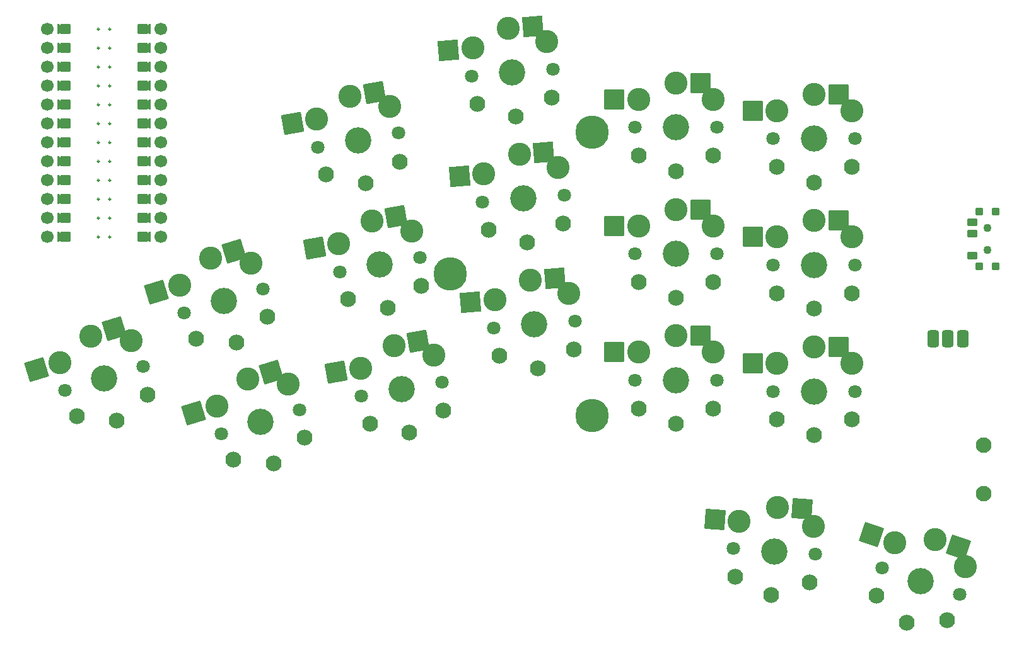
<source format=gts>
%TF.GenerationSoftware,KiCad,Pcbnew,(6.0.4)*%
%TF.CreationDate,2022-05-26T06:06:50+02:00*%
%TF.ProjectId,batta,62617474-612e-46b6-9963-61645f706362,v1.0.0*%
%TF.SameCoordinates,Original*%
%TF.FileFunction,Soldermask,Top*%
%TF.FilePolarity,Negative*%
%FSLAX46Y46*%
G04 Gerber Fmt 4.6, Leading zero omitted, Abs format (unit mm)*
G04 Created by KiCad (PCBNEW (6.0.4)) date 2022-05-26 06:06:50*
%MOMM*%
%LPD*%
G01*
G04 APERTURE LIST*
G04 Aperture macros list*
%AMRoundRect*
0 Rectangle with rounded corners*
0 $1 Rounding radius*
0 $2 $3 $4 $5 $6 $7 $8 $9 X,Y pos of 4 corners*
0 Add a 4 corners polygon primitive as box body*
4,1,4,$2,$3,$4,$5,$6,$7,$8,$9,$2,$3,0*
0 Add four circle primitives for the rounded corners*
1,1,$1+$1,$2,$3*
1,1,$1+$1,$4,$5*
1,1,$1+$1,$6,$7*
1,1,$1+$1,$8,$9*
0 Add four rect primitives between the rounded corners*
20,1,$1+$1,$2,$3,$4,$5,0*
20,1,$1+$1,$4,$5,$6,$7,0*
20,1,$1+$1,$6,$7,$8,$9,0*
20,1,$1+$1,$8,$9,$2,$3,0*%
%AMFreePoly0*
4,1,16,0.635355,0.285355,0.650000,0.250000,0.650000,-1.000000,0.635355,-1.035355,0.600000,-1.050000,0.564645,-1.035355,0.000000,-0.470710,-0.564645,-1.035355,-0.600000,-1.050000,-0.635355,-1.035355,-0.650000,-1.000000,-0.650000,0.250000,-0.635355,0.285355,-0.600000,0.300000,0.600000,0.300000,0.635355,0.285355,0.635355,0.285355,$1*%
%AMFreePoly1*
4,1,14,0.035355,0.435355,0.635355,-0.164645,0.650000,-0.200000,0.650000,-0.400000,0.635355,-0.435355,0.600000,-0.450000,-0.600000,-0.450000,-0.635355,-0.435355,-0.650000,-0.400000,-0.650000,-0.200000,-0.635355,-0.164645,-0.035355,0.435355,0.000000,0.450000,0.035355,0.435355,0.035355,0.435355,$1*%
G04 Aperture macros list end*
%ADD10C,0.100000*%
%ADD11C,0.250000*%
%ADD12C,2.132000*%
%ADD13RoundRect,0.050000X-0.863113X-1.623279X1.623279X-0.863113X0.863113X1.623279X-1.623279X0.863113X0*%
%ADD14C,3.100000*%
%ADD15C,3.529000*%
%ADD16C,1.801800*%
%ADD17FreePoly0,270.000000*%
%ADD18FreePoly0,90.000000*%
%ADD19C,1.700000*%
%ADD20FreePoly1,270.000000*%
%ADD21FreePoly1,90.000000*%
%ADD22RoundRect,0.050000X-1.300000X-1.300000X1.300000X-1.300000X1.300000X1.300000X-1.300000X1.300000X0*%
%ADD23RoundRect,0.050000X-1.054507X-1.505993X1.505993X-1.054507X1.054507X1.505993X-1.505993X1.054507X0*%
%ADD24RoundRect,0.050000X-1.181751X-1.408356X1.408356X-1.181751X1.181751X1.408356X-1.408356X1.181751X0*%
%ADD25RoundRect,0.050000X-1.387517X-1.206150X1.206150X-1.387517X1.387517X1.206150X-1.206150X1.387517X0*%
%ADD26RoundRect,0.050000X-1.652413X-0.805936X0.805936X-1.652413X1.652413X0.805936X-0.805936X1.652413X0*%
%ADD27RoundRect,0.050000X-0.450000X0.450000X-0.450000X-0.450000X0.450000X-0.450000X0.450000X0.450000X0*%
%ADD28RoundRect,0.050000X-0.625000X0.450000X-0.625000X-0.450000X0.625000X-0.450000X0.625000X0.450000X0*%
%ADD29RoundRect,0.425000X-0.375000X-0.750000X0.375000X-0.750000X0.375000X0.750000X-0.375000X0.750000X0*%
%ADD30C,2.100000*%
%ADD31C,1.100000*%
%ADD32C,4.500000*%
G04 APERTURE END LIST*
%TO.C,*%
G36*
X44704000Y101600000D02*
G01*
X43688000Y101600000D01*
X43688000Y102616000D01*
X44704000Y102616000D01*
X44704000Y101600000D01*
G37*
D10*
X44704000Y101600000D02*
X43688000Y101600000D01*
X43688000Y102616000D01*
X44704000Y102616000D01*
X44704000Y101600000D01*
G36*
X44704000Y106680000D02*
G01*
X43688000Y106680000D01*
X43688000Y107696000D01*
X44704000Y107696000D01*
X44704000Y106680000D01*
G37*
X44704000Y106680000D02*
X43688000Y106680000D01*
X43688000Y107696000D01*
X44704000Y107696000D01*
X44704000Y106680000D01*
G36*
X33528000Y119380000D02*
G01*
X32512000Y119380000D01*
X32512000Y120396000D01*
X33528000Y120396000D01*
X33528000Y119380000D01*
G37*
X33528000Y119380000D02*
X32512000Y119380000D01*
X32512000Y120396000D01*
X33528000Y120396000D01*
X33528000Y119380000D01*
G36*
X44704000Y119380000D02*
G01*
X43688000Y119380000D01*
X43688000Y120396000D01*
X44704000Y120396000D01*
X44704000Y119380000D01*
G37*
X44704000Y119380000D02*
X43688000Y119380000D01*
X43688000Y120396000D01*
X44704000Y120396000D01*
X44704000Y119380000D01*
G36*
X33528000Y111760000D02*
G01*
X32512000Y111760000D01*
X32512000Y112776000D01*
X33528000Y112776000D01*
X33528000Y111760000D01*
G37*
X33528000Y111760000D02*
X32512000Y111760000D01*
X32512000Y112776000D01*
X33528000Y112776000D01*
X33528000Y111760000D01*
G36*
X33528000Y91440000D02*
G01*
X32512000Y91440000D01*
X32512000Y92456000D01*
X33528000Y92456000D01*
X33528000Y91440000D01*
G37*
X33528000Y91440000D02*
X32512000Y91440000D01*
X32512000Y92456000D01*
X33528000Y92456000D01*
X33528000Y91440000D01*
G36*
X44704000Y116840000D02*
G01*
X43688000Y116840000D01*
X43688000Y117856000D01*
X44704000Y117856000D01*
X44704000Y116840000D01*
G37*
X44704000Y116840000D02*
X43688000Y116840000D01*
X43688000Y117856000D01*
X44704000Y117856000D01*
X44704000Y116840000D01*
G36*
X33528000Y109220000D02*
G01*
X32512000Y109220000D01*
X32512000Y110236000D01*
X33528000Y110236000D01*
X33528000Y109220000D01*
G37*
X33528000Y109220000D02*
X32512000Y109220000D01*
X32512000Y110236000D01*
X33528000Y110236000D01*
X33528000Y109220000D01*
G36*
X33528000Y93980000D02*
G01*
X32512000Y93980000D01*
X32512000Y94996000D01*
X33528000Y94996000D01*
X33528000Y93980000D01*
G37*
X33528000Y93980000D02*
X32512000Y93980000D01*
X32512000Y94996000D01*
X33528000Y94996000D01*
X33528000Y93980000D01*
G36*
X44704000Y96520000D02*
G01*
X43688000Y96520000D01*
X43688000Y97536000D01*
X44704000Y97536000D01*
X44704000Y96520000D01*
G37*
X44704000Y96520000D02*
X43688000Y96520000D01*
X43688000Y97536000D01*
X44704000Y97536000D01*
X44704000Y96520000D01*
G36*
X44704000Y111760000D02*
G01*
X43688000Y111760000D01*
X43688000Y112776000D01*
X44704000Y112776000D01*
X44704000Y111760000D01*
G37*
X44704000Y111760000D02*
X43688000Y111760000D01*
X43688000Y112776000D01*
X44704000Y112776000D01*
X44704000Y111760000D01*
G36*
X33528000Y96520000D02*
G01*
X32512000Y96520000D01*
X32512000Y97536000D01*
X33528000Y97536000D01*
X33528000Y96520000D01*
G37*
X33528000Y96520000D02*
X32512000Y96520000D01*
X32512000Y97536000D01*
X33528000Y97536000D01*
X33528000Y96520000D01*
G36*
X44704000Y109220000D02*
G01*
X43688000Y109220000D01*
X43688000Y110236000D01*
X44704000Y110236000D01*
X44704000Y109220000D01*
G37*
X44704000Y109220000D02*
X43688000Y109220000D01*
X43688000Y110236000D01*
X44704000Y110236000D01*
X44704000Y109220000D01*
G36*
X44704000Y114300000D02*
G01*
X43688000Y114300000D01*
X43688000Y115316000D01*
X44704000Y115316000D01*
X44704000Y114300000D01*
G37*
X44704000Y114300000D02*
X43688000Y114300000D01*
X43688000Y115316000D01*
X44704000Y115316000D01*
X44704000Y114300000D01*
G36*
X33528000Y106680000D02*
G01*
X32512000Y106680000D01*
X32512000Y107696000D01*
X33528000Y107696000D01*
X33528000Y106680000D01*
G37*
X33528000Y106680000D02*
X32512000Y106680000D01*
X32512000Y107696000D01*
X33528000Y107696000D01*
X33528000Y106680000D01*
G36*
X33528000Y114300000D02*
G01*
X32512000Y114300000D01*
X32512000Y115316000D01*
X33528000Y115316000D01*
X33528000Y114300000D01*
G37*
X33528000Y114300000D02*
X32512000Y114300000D01*
X32512000Y115316000D01*
X33528000Y115316000D01*
X33528000Y114300000D01*
G36*
X33528000Y99060000D02*
G01*
X32512000Y99060000D01*
X32512000Y100076000D01*
X33528000Y100076000D01*
X33528000Y99060000D01*
G37*
X33528000Y99060000D02*
X32512000Y99060000D01*
X32512000Y100076000D01*
X33528000Y100076000D01*
X33528000Y99060000D01*
G36*
X33528000Y104140000D02*
G01*
X32512000Y104140000D01*
X32512000Y105156000D01*
X33528000Y105156000D01*
X33528000Y104140000D01*
G37*
X33528000Y104140000D02*
X32512000Y104140000D01*
X32512000Y105156000D01*
X33528000Y105156000D01*
X33528000Y104140000D01*
G36*
X44704000Y99060000D02*
G01*
X43688000Y99060000D01*
X43688000Y100076000D01*
X44704000Y100076000D01*
X44704000Y99060000D01*
G37*
X44704000Y99060000D02*
X43688000Y99060000D01*
X43688000Y100076000D01*
X44704000Y100076000D01*
X44704000Y99060000D01*
G36*
X44704000Y91440000D02*
G01*
X43688000Y91440000D01*
X43688000Y92456000D01*
X44704000Y92456000D01*
X44704000Y91440000D01*
G37*
X44704000Y91440000D02*
X43688000Y91440000D01*
X43688000Y92456000D01*
X44704000Y92456000D01*
X44704000Y91440000D01*
G36*
X33528000Y116840000D02*
G01*
X32512000Y116840000D01*
X32512000Y117856000D01*
X33528000Y117856000D01*
X33528000Y116840000D01*
G37*
X33528000Y116840000D02*
X32512000Y116840000D01*
X32512000Y117856000D01*
X33528000Y117856000D01*
X33528000Y116840000D01*
G36*
X33528000Y101600000D02*
G01*
X32512000Y101600000D01*
X32512000Y102616000D01*
X33528000Y102616000D01*
X33528000Y101600000D01*
G37*
X33528000Y101600000D02*
X32512000Y101600000D01*
X32512000Y102616000D01*
X33528000Y102616000D01*
X33528000Y101600000D01*
G36*
X44704000Y93980000D02*
G01*
X43688000Y93980000D01*
X43688000Y94996000D01*
X44704000Y94996000D01*
X44704000Y93980000D01*
G37*
X44704000Y93980000D02*
X43688000Y93980000D01*
X43688000Y94996000D01*
X44704000Y94996000D01*
X44704000Y93980000D01*
G36*
X44704000Y104140000D02*
G01*
X43688000Y104140000D01*
X43688000Y105156000D01*
X44704000Y105156000D01*
X44704000Y104140000D01*
G37*
X44704000Y104140000D02*
X43688000Y104140000D01*
X43688000Y105156000D01*
X44704000Y105156000D01*
X44704000Y104140000D01*
D11*
X37971000Y91948000D02*
G75*
G03*
X37971000Y91948000I-125000J0D01*
G01*
X37971000Y104648000D02*
G75*
G03*
X37971000Y104648000I-125000J0D01*
G01*
X39495000Y112268000D02*
G75*
G03*
X39495000Y112268000I-125000J0D01*
G01*
X37971000Y114808000D02*
G75*
G03*
X37971000Y114808000I-125000J0D01*
G01*
X37971000Y102108000D02*
G75*
G03*
X37971000Y102108000I-125000J0D01*
G01*
X37971000Y109728000D02*
G75*
G03*
X37971000Y109728000I-125000J0D01*
G01*
X39495000Y119888000D02*
G75*
G03*
X39495000Y119888000I-125000J0D01*
G01*
X39495000Y97028000D02*
G75*
G03*
X39495000Y97028000I-125000J0D01*
G01*
X39495000Y102108000D02*
G75*
G03*
X39495000Y102108000I-125000J0D01*
G01*
X37971000Y117348000D02*
G75*
G03*
X37971000Y117348000I-125000J0D01*
G01*
X37971000Y112268000D02*
G75*
G03*
X37971000Y112268000I-125000J0D01*
G01*
X37971000Y119888000D02*
G75*
G03*
X37971000Y119888000I-125000J0D01*
G01*
X39495000Y104648000D02*
G75*
G03*
X39495000Y104648000I-125000J0D01*
G01*
X39495000Y117348000D02*
G75*
G03*
X39495000Y117348000I-125000J0D01*
G01*
X39495000Y109728000D02*
G75*
G03*
X39495000Y109728000I-125000J0D01*
G01*
X37971000Y94488000D02*
G75*
G03*
X37971000Y94488000I-125000J0D01*
G01*
X39495000Y94488000D02*
G75*
G03*
X39495000Y94488000I-125000J0D01*
G01*
X37971000Y107188000D02*
G75*
G03*
X37971000Y107188000I-125000J0D01*
G01*
X39495000Y91948000D02*
G75*
G03*
X39495000Y91948000I-125000J0D01*
G01*
X39495000Y99568000D02*
G75*
G03*
X39495000Y99568000I-125000J0D01*
G01*
X37971000Y97028000D02*
G75*
G03*
X37971000Y97028000I-125000J0D01*
G01*
X39495000Y107188000D02*
G75*
G03*
X39495000Y107188000I-125000J0D01*
G01*
X37971000Y99568000D02*
G75*
G03*
X37971000Y99568000I-125000J0D01*
G01*
X39495000Y114808000D02*
G75*
G03*
X39495000Y114808000I-125000J0D01*
G01*
%TD*%
D12*
%TO.C,S1*%
X40324610Y67279547D03*
D13*
X29589800Y74088512D03*
D12*
X44492153Y70749645D03*
X34929106Y67825928D03*
D13*
X39991903Y79569274D03*
D14*
X42284747Y77969745D03*
X36860005Y78611758D03*
D15*
X38599617Y72921745D03*
D16*
X43859293Y74529789D03*
X33339941Y71313701D03*
D14*
X32721700Y75046028D03*
%TD*%
D17*
%TO.C,*%
X33782000Y119888000D03*
X33782000Y117348000D03*
X33782000Y114808000D03*
X33782000Y112268000D03*
X33782000Y109728000D03*
X33782000Y107188000D03*
X33782000Y104648000D03*
X33782000Y102108000D03*
X33782000Y99568000D03*
X33782000Y97028000D03*
X33782000Y94488000D03*
X33782000Y91948000D03*
D18*
X43434000Y91948000D03*
X43434000Y94488000D03*
X43434000Y97028000D03*
X43434000Y99568000D03*
X43434000Y102108000D03*
X43434000Y104648000D03*
X43434000Y107188000D03*
X43434000Y109728000D03*
X43434000Y112268000D03*
X43434000Y114808000D03*
X43434000Y117348000D03*
X43434000Y119888000D03*
D19*
X46228000Y107188000D03*
D20*
X32766000Y99568000D03*
X32766000Y94488000D03*
D21*
X44450000Y114808000D03*
D19*
X30988000Y117348000D03*
D21*
X44450000Y107188000D03*
D19*
X46228000Y109728000D03*
X30988000Y107188000D03*
D21*
X44450000Y99568000D03*
D20*
X32766000Y97028000D03*
D19*
X30988000Y91948000D03*
D21*
X44450000Y102108000D03*
X44450000Y94488000D03*
D19*
X46228000Y114808000D03*
X46228000Y97028000D03*
D20*
X32766000Y102108000D03*
X32766000Y107188000D03*
D19*
X46228000Y117348000D03*
X46228000Y119888000D03*
D21*
X44450000Y109728000D03*
D19*
X30988000Y119888000D03*
D21*
X44450000Y104648000D03*
X44450000Y91948000D03*
D20*
X32766000Y117348000D03*
D21*
X44450000Y112268000D03*
D19*
X46228000Y112268000D03*
X30988000Y109728000D03*
X30988000Y114808000D03*
X30988000Y99568000D03*
X46228000Y94488000D03*
D21*
X44450000Y97028000D03*
D20*
X32766000Y112268000D03*
D19*
X30988000Y102108000D03*
X30988000Y94488000D03*
D21*
X44450000Y117348000D03*
D19*
X30988000Y104648000D03*
D21*
X44450000Y119888000D03*
D20*
X32766000Y104648000D03*
D19*
X46228000Y102108000D03*
D20*
X32766000Y109728000D03*
X32766000Y114808000D03*
X32766000Y91948000D03*
D19*
X46228000Y104648000D03*
X30988000Y112268000D03*
X30988000Y97028000D03*
X46228000Y91948000D03*
X46228000Y99568000D03*
D20*
X32766000Y119888000D03*
%TD*%
D14*
%TO.C,S27*%
X128985000Y91927999D03*
D16*
X128485000Y88178000D03*
X139485000Y88178000D03*
D15*
X133985000Y88178000D03*
D14*
X133985000Y94128000D03*
X138985000Y91927999D03*
D22*
X137259999Y94127999D03*
D12*
X128985000Y84378000D03*
X138985000Y84378000D03*
D22*
X125709999Y91928000D03*
D12*
X133985000Y82278000D03*
%TD*%
%TO.C,S5*%
X56387999Y77723999D03*
D13*
X45653189Y84532964D03*
D12*
X60555542Y81194097D03*
X50992495Y78270380D03*
D13*
X56055292Y90013726D03*
D14*
X58348136Y88414197D03*
X52923394Y89056210D03*
D15*
X54663006Y83366197D03*
D16*
X59922682Y84974241D03*
X49403330Y81758153D03*
D14*
X48785089Y85490480D03*
%TD*%
%TO.C,S23*%
X110411087Y110436016D03*
D16*
X109911087Y106686017D03*
X120911087Y106686017D03*
D15*
X115411087Y106686017D03*
D14*
X115411087Y112636017D03*
X120411087Y110436016D03*
D22*
X118686086Y112636016D03*
D12*
X110411087Y102886017D03*
X120411087Y102886017D03*
D22*
X107136086Y110436017D03*
D12*
X115411087Y100786017D03*
%TD*%
D14*
%TO.C,S9*%
X70077238Y91035885D03*
D16*
X70236014Y87256033D03*
X81068900Y89166163D03*
D15*
X75652457Y88211098D03*
D14*
X74619250Y94070704D03*
X79925315Y92772367D03*
D23*
X77844495Y94639401D03*
D12*
X71388281Y83600588D03*
X81236359Y85337069D03*
D23*
X66851991Y90467188D03*
D12*
X76676981Y82400732D03*
%TD*%
D14*
%TO.C,S21*%
X110411087Y93436016D03*
D16*
X109911087Y89686017D03*
X120911087Y89686017D03*
D15*
X115411087Y89686017D03*
D14*
X115411087Y95636017D03*
X120411087Y93436016D03*
D22*
X118686086Y95636016D03*
D12*
X110411087Y85886017D03*
X120411087Y85886017D03*
D22*
X107136086Y93436017D03*
D12*
X115411087Y83786017D03*
%TD*%
%TO.C,S3*%
X61358318Y61466818D03*
D13*
X50623508Y68275783D03*
D12*
X65525861Y64936916D03*
X55962814Y62013199D03*
D13*
X61025611Y73756545D03*
D14*
X63318455Y72157016D03*
X57893713Y72799029D03*
D15*
X59633325Y67109016D03*
D16*
X64893001Y68717060D03*
X54373649Y65500972D03*
D14*
X53755408Y69233299D03*
%TD*%
%TO.C,S7*%
X73029257Y74294153D03*
D16*
X73188033Y70514301D03*
X84020919Y72424431D03*
D15*
X78604476Y71469366D03*
D14*
X77571269Y77328972D03*
X82877334Y76030635D03*
D23*
X80796514Y77897669D03*
D12*
X74340300Y66858856D03*
X84188378Y68595337D03*
D23*
X69804010Y73725456D03*
D12*
X79629000Y65659000D03*
%TD*%
D14*
%TO.C,S13*%
X91078974Y83478807D03*
D16*
X90907710Y79699500D03*
X101865852Y80658214D03*
D15*
X96386781Y80178857D03*
D14*
X95868204Y86106215D03*
X101040921Y84350365D03*
D24*
X99130741Y86391649D03*
D12*
X91736999Y75957538D03*
X101698946Y76829096D03*
D24*
X87816435Y83193373D03*
D12*
X96901000Y74301308D03*
%TD*%
D14*
%TO.C,S15*%
X89597326Y100414117D03*
D16*
X89426062Y96634810D03*
X100384204Y97593524D03*
D15*
X94905133Y97114167D03*
D14*
X94386556Y103041525D03*
X99559273Y101285675D03*
D24*
X97649093Y103326959D03*
D12*
X90255351Y92892848D03*
X100217298Y93764406D03*
D24*
X86334787Y100128683D03*
D12*
X95419352Y91236618D03*
%TD*%
D14*
%TO.C,S17*%
X88115679Y117349427D03*
D16*
X87944415Y113570120D03*
X98902557Y114528834D03*
D15*
X93423486Y114049477D03*
D14*
X92904909Y119976835D03*
X98077626Y118220985D03*
D24*
X96167446Y120262269D03*
D12*
X88773704Y109828158D03*
X98735651Y110699716D03*
D24*
X84853140Y117063993D03*
D12*
X93937705Y108171928D03*
%TD*%
D14*
%TO.C,S19*%
X110411087Y76436016D03*
D16*
X109911087Y72686017D03*
X120911087Y72686017D03*
D15*
X115411087Y72686017D03*
D14*
X115411087Y78636017D03*
X120411087Y76436016D03*
D22*
X118686086Y78636016D03*
D12*
X110411087Y68886017D03*
X120411087Y68886017D03*
D22*
X107136086Y76436017D03*
D12*
X115411087Y66786017D03*
%TD*%
D14*
%TO.C,S25*%
X128985000Y74927999D03*
D16*
X128485000Y71178000D03*
X139485000Y71178000D03*
D15*
X133985000Y71178000D03*
D14*
X133985000Y77128000D03*
X138985000Y74927999D03*
D22*
X137259999Y77127999D03*
D12*
X128985000Y67378000D03*
X138985000Y67378000D03*
D22*
X125709999Y74928000D03*
D12*
X133985000Y65278000D03*
%TD*%
D14*
%TO.C,S11*%
X67125219Y107777617D03*
D16*
X67283995Y103997765D03*
X78116881Y105907895D03*
D15*
X72700438Y104952830D03*
D14*
X71667231Y110812436D03*
X76973296Y109514099D03*
D23*
X74892476Y111381133D03*
D12*
X68436262Y100342320D03*
X78284340Y102078801D03*
D23*
X63899972Y107208920D03*
D12*
X73724962Y99142464D03*
%TD*%
D14*
%TO.C,S29*%
X128985000Y108927999D03*
D16*
X128485000Y105178000D03*
X139485000Y105178000D03*
D15*
X133985000Y105178000D03*
D14*
X133985000Y111128000D03*
X138985000Y108927999D03*
D22*
X137259999Y111127999D03*
D12*
X128985000Y101378000D03*
X138985000Y101378000D03*
D22*
X125709999Y108928000D03*
D12*
X133985000Y99278000D03*
%TD*%
D14*
%TO.C,S31*%
X123894856Y53738098D03*
D16*
X123134488Y50032112D03*
X134107692Y49264790D03*
D15*
X128621090Y49648451D03*
D14*
X129036141Y55583957D03*
X133870497Y53040533D03*
D25*
X132303162Y55355504D03*
D12*
X123368195Y46206490D03*
X133343836Y45508925D03*
D25*
X120627833Y53966551D03*
D12*
X128209527Y43762823D03*
%TD*%
D14*
%TO.C,S33*%
X144776520Y50821676D03*
D16*
X143082881Y47438767D03*
X153483585Y43857517D03*
D15*
X148283233Y45648142D03*
D14*
X150220364Y51273978D03*
X154231706Y47565995D03*
D26*
X153316936Y50207741D03*
D12*
X142318481Y43683012D03*
X151773667Y40427331D03*
D26*
X141679946Y51887913D03*
D12*
X146362381Y40069582D03*
%TD*%
D27*
%TO.C,T1*%
X156169000Y87958000D03*
X158369000Y95358000D03*
X158369000Y87958000D03*
X156169000Y95358000D03*
D28*
X155194000Y89408000D03*
X155194000Y92408000D03*
X155194000Y93908000D03*
%TD*%
D29*
%TO.C,PAD1*%
X151924000Y78232000D03*
X153924000Y78232000D03*
X149924000Y78232000D03*
%TD*%
D30*
%TO.C,B1*%
X156718000Y63956000D03*
X156718000Y57456000D03*
%TD*%
D31*
%TO.C,T2*%
X157269000Y93158000D03*
X157269000Y90158000D03*
%TD*%
D32*
%TO.C,REF\u002A\u002A*%
X104140000Y67945000D03*
X104140000Y106045000D03*
X85090000Y86995000D03*
%TD*%
M02*

</source>
